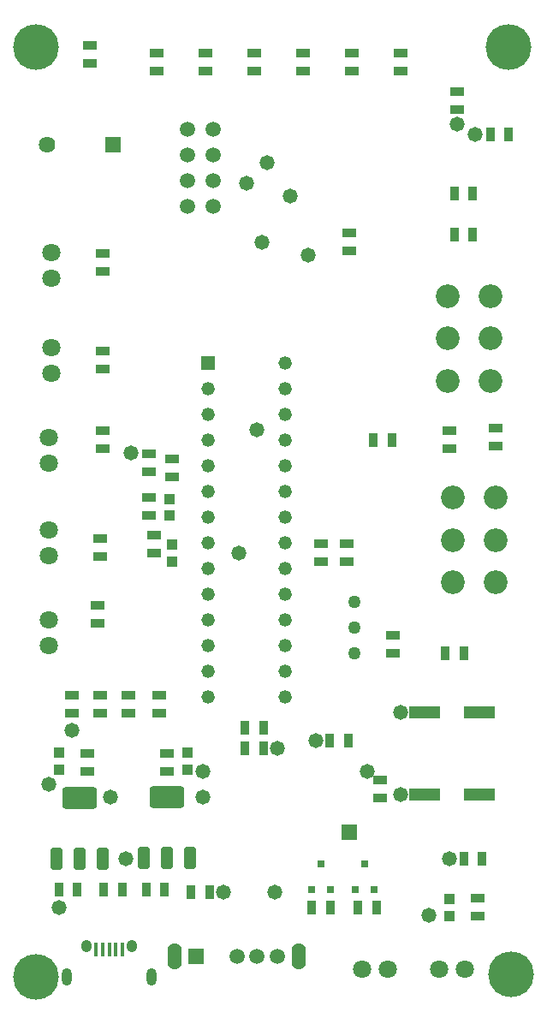
<source format=gbr>
%TF.GenerationSoftware,Altium Limited,Altium Designer,24.10.1 (45)*%
G04 Layer_Color=8388736*
%FSLAX25Y25*%
%MOIN*%
%TF.SameCoordinates,405BA738-95C1-4717-9A2A-605BB7F835F8*%
%TF.FilePolarity,Negative*%
%TF.FileFunction,Soldermask,Top*%
%TF.Part,Single*%
G01*
G75*
%TA.AperFunction,ConnectorPad*%
%ADD15R,0.01600X0.05300*%
%TA.AperFunction,ComponentPad*%
%ADD27O,0.04200X0.04900*%
%ADD28O,0.04000X0.06700*%
%ADD30C,0.09200*%
%ADD31C,0.05000*%
%ADD32C,0.07100*%
%ADD33R,0.05900X0.05900*%
%ADD34C,0.05900*%
%ADD38R,0.05200X0.05200*%
%ADD39C,0.05200*%
%TA.AperFunction,SMDPad,CuDef*%
%ADD51R,0.05700X0.03600*%
%ADD52R,0.03600X0.05700*%
%TA.AperFunction,ConnectorPad*%
%ADD53R,0.03600X0.05700*%
%TA.AperFunction,SMDPad,CuDef*%
%ADD54R,0.03950X0.03950*%
G04:AMPARAMS|DCode=55|XSize=85.95mil|YSize=44.61mil|CornerRadius=8.58mil|HoleSize=0mil|Usage=FLASHONLY|Rotation=90.000|XOffset=0mil|YOffset=0mil|HoleType=Round|Shape=RoundedRectangle|*
%AMROUNDEDRECTD55*
21,1,0.08595,0.02746,0,0,90.0*
21,1,0.06880,0.04461,0,0,90.0*
1,1,0.01715,0.01373,0.03440*
1,1,0.01715,0.01373,-0.03440*
1,1,0.01715,-0.01373,-0.03440*
1,1,0.01715,-0.01373,0.03440*
%
%ADD55ROUNDEDRECTD55*%
G04:AMPARAMS|DCode=56|XSize=85.95mil|YSize=135.16mil|CornerRadius=13.74mil|HoleSize=0mil|Usage=FLASHONLY|Rotation=90.000|XOffset=0mil|YOffset=0mil|HoleType=Round|Shape=RoundedRectangle|*
%AMROUNDEDRECTD56*
21,1,0.08595,0.10768,0,0,90.0*
21,1,0.05847,0.13516,0,0,90.0*
1,1,0.02749,0.05384,0.02923*
1,1,0.02749,0.05384,-0.02923*
1,1,0.02749,-0.05384,-0.02923*
1,1,0.02749,-0.05384,0.02923*
%
%ADD56ROUNDEDRECTD56*%
%ADD57R,0.12200X0.05100*%
%ADD58R,0.02600X0.02800*%
%TA.AperFunction,ComponentPad*%
%ADD59R,0.06400X0.06400*%
%ADD60C,0.06400*%
%ADD61O,0.05556X0.10312*%
%ADD62C,0.05950*%
%ADD63R,0.05950X0.05950*%
%TA.AperFunction,ViaPad*%
%ADD64C,0.17800*%
%ADD65C,0.05800*%
D15*
X145681Y121531D02*
D03*
X143122D02*
D03*
X140563D02*
D03*
X138004D02*
D03*
X135445D02*
D03*
D27*
X131803Y122811D02*
D03*
X149323D02*
D03*
D28*
X157000Y111000D02*
D03*
X124126D02*
D03*
D30*
X272465Y343000D02*
D03*
Y359535D02*
D03*
Y376071D02*
D03*
X289000Y343000D02*
D03*
Y359535D02*
D03*
Y376071D02*
D03*
X274465Y264465D02*
D03*
Y281000D02*
D03*
Y297535D02*
D03*
X291000Y264465D02*
D03*
Y281000D02*
D03*
Y297535D02*
D03*
D31*
X236000Y257000D02*
D03*
Y247000D02*
D03*
Y237000D02*
D03*
D32*
X118000Y356000D02*
D03*
Y346000D02*
D03*
X117000Y321000D02*
D03*
Y311000D02*
D03*
X269000Y114000D02*
D03*
X279000D02*
D03*
X249000D02*
D03*
X239000D02*
D03*
X117000Y250000D02*
D03*
Y240000D02*
D03*
Y285000D02*
D03*
Y275000D02*
D03*
X118000Y393000D02*
D03*
Y383000D02*
D03*
D33*
X234000Y167283D02*
D03*
D34*
X181000Y421000D02*
D03*
Y411000D02*
D03*
Y431000D02*
D03*
Y441000D02*
D03*
X171000D02*
D03*
Y431000D02*
D03*
Y421000D02*
D03*
Y411000D02*
D03*
D38*
X179000Y350000D02*
D03*
D39*
Y340000D02*
D03*
Y330000D02*
D03*
Y320000D02*
D03*
Y310000D02*
D03*
Y300000D02*
D03*
Y290000D02*
D03*
Y280000D02*
D03*
Y270000D02*
D03*
Y260000D02*
D03*
Y250000D02*
D03*
Y240000D02*
D03*
Y230000D02*
D03*
Y220000D02*
D03*
X209000D02*
D03*
Y230000D02*
D03*
Y240000D02*
D03*
Y250000D02*
D03*
Y260000D02*
D03*
Y270000D02*
D03*
Y280000D02*
D03*
Y290000D02*
D03*
Y300000D02*
D03*
Y310000D02*
D03*
Y320000D02*
D03*
Y330000D02*
D03*
Y340000D02*
D03*
Y350000D02*
D03*
D51*
X276000Y448450D02*
D03*
Y455550D02*
D03*
X246000Y187550D02*
D03*
Y180450D02*
D03*
X137000Y281550D02*
D03*
Y274450D02*
D03*
X284000Y141550D02*
D03*
Y134450D02*
D03*
X234000Y400550D02*
D03*
Y393450D02*
D03*
X159000Y463450D02*
D03*
Y470550D02*
D03*
X178000D02*
D03*
Y463450D02*
D03*
X216000Y470550D02*
D03*
Y463450D02*
D03*
X133000Y466450D02*
D03*
Y473550D02*
D03*
X197000Y470550D02*
D03*
Y463450D02*
D03*
X235000Y470550D02*
D03*
Y463450D02*
D03*
X254000Y470550D02*
D03*
Y463450D02*
D03*
X233000Y272450D02*
D03*
Y279550D02*
D03*
X165000Y305450D02*
D03*
Y312550D02*
D03*
X156000Y307450D02*
D03*
Y314550D02*
D03*
X136000Y255550D02*
D03*
Y248450D02*
D03*
X138000Y323550D02*
D03*
Y316450D02*
D03*
X156000Y297550D02*
D03*
Y290450D02*
D03*
X158000Y275900D02*
D03*
Y283000D02*
D03*
X138000Y354550D02*
D03*
Y347450D02*
D03*
X148000Y220550D02*
D03*
Y213450D02*
D03*
X160000D02*
D03*
Y220550D02*
D03*
X137000D02*
D03*
Y213450D02*
D03*
X126000Y220550D02*
D03*
Y213450D02*
D03*
X291000Y324550D02*
D03*
Y317450D02*
D03*
X273000Y323550D02*
D03*
Y316450D02*
D03*
X132000Y198100D02*
D03*
Y191000D02*
D03*
X251000Y244100D02*
D03*
Y237000D02*
D03*
X223000Y272450D02*
D03*
Y279550D02*
D03*
X163000Y198000D02*
D03*
Y190900D02*
D03*
X138000Y392550D02*
D03*
Y385450D02*
D03*
D52*
X296100Y439000D02*
D03*
X289000D02*
D03*
X200550Y208000D02*
D03*
X193450D02*
D03*
X271450Y237000D02*
D03*
X278550D02*
D03*
X243450Y320000D02*
D03*
X250550D02*
D03*
X193450Y200000D02*
D03*
X200550D02*
D03*
X274900Y400000D02*
D03*
X282000D02*
D03*
X282100Y416000D02*
D03*
X275000D02*
D03*
X237450Y138000D02*
D03*
X244550D02*
D03*
X219450D02*
D03*
X226550D02*
D03*
X138450Y145000D02*
D03*
X145550D02*
D03*
X172450Y144000D02*
D03*
X179550D02*
D03*
X162100Y145000D02*
D03*
X155000D02*
D03*
X128000D02*
D03*
X120900D02*
D03*
X226450Y203000D02*
D03*
X233550D02*
D03*
D53*
X285800Y157000D02*
D03*
X278700D02*
D03*
D54*
X164000Y290502D02*
D03*
Y296998D02*
D03*
X273000Y134752D02*
D03*
Y141248D02*
D03*
X165000Y279248D02*
D03*
Y272752D02*
D03*
X171000Y191752D02*
D03*
Y198248D02*
D03*
X121000Y191752D02*
D03*
Y198248D02*
D03*
D55*
X153945Y157130D02*
D03*
X163000D02*
D03*
X172055D02*
D03*
X119890Y157000D02*
D03*
X128945D02*
D03*
X138000D02*
D03*
D56*
X163000Y180870D02*
D03*
X128945Y180740D02*
D03*
D57*
X263350Y214000D02*
D03*
X284650D02*
D03*
X263350Y182000D02*
D03*
X284650D02*
D03*
D58*
X223000Y154900D02*
D03*
X226740Y145100D02*
D03*
X219260D02*
D03*
X240000Y154900D02*
D03*
X243740Y145100D02*
D03*
X236260D02*
D03*
D59*
X142000Y435000D02*
D03*
D60*
X116409D02*
D03*
D61*
X166039Y119000D02*
D03*
X214465D02*
D03*
D62*
X190252D02*
D03*
X198126D02*
D03*
X206000D02*
D03*
D63*
X174504D02*
D03*
D64*
X112000Y473000D02*
D03*
X296000D02*
D03*
X297000Y112000D02*
D03*
X112000Y111000D02*
D03*
D65*
X283000Y439000D02*
D03*
X276000Y443000D02*
D03*
X202000Y428000D02*
D03*
X194000Y420000D02*
D03*
X211000Y415000D02*
D03*
X200000Y397000D02*
D03*
X149000Y315000D02*
D03*
X177000Y181000D02*
D03*
X191000Y276000D02*
D03*
X126000Y207000D02*
D03*
X273000Y157000D02*
D03*
X254000Y214000D02*
D03*
X241000Y191000D02*
D03*
X254000Y182000D02*
D03*
X221000Y203000D02*
D03*
X206000Y200000D02*
D03*
X177000Y191000D02*
D03*
X117000Y186000D02*
D03*
X121000Y138000D02*
D03*
X147000Y157000D02*
D03*
X185000Y144000D02*
D03*
X265000Y135000D02*
D03*
X218000Y392000D02*
D03*
X198000Y324000D02*
D03*
X141000Y181000D02*
D03*
X205000Y144000D02*
D03*
%TF.MD5,54ccd0417443a1d246343547fdb7725f*%
M02*

</source>
